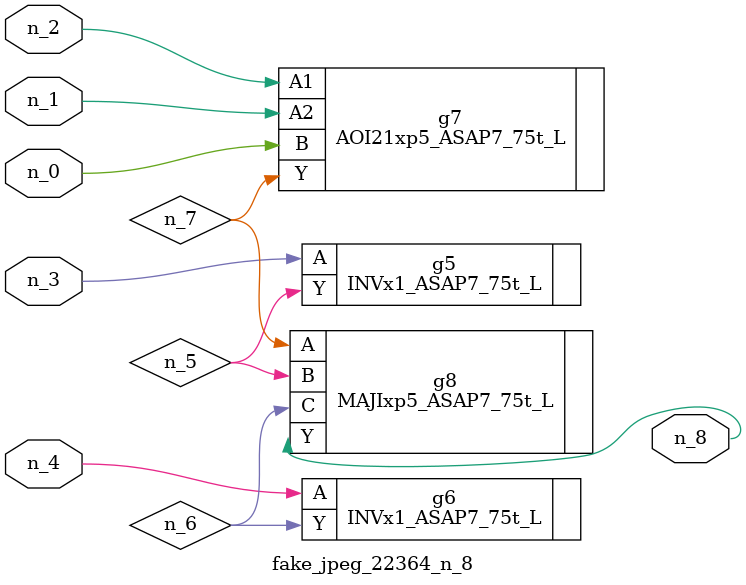
<source format=v>
module fake_jpeg_22364_n_8 (n_3, n_2, n_1, n_0, n_4, n_8);

input n_3;
input n_2;
input n_1;
input n_0;
input n_4;

output n_8;

wire n_6;
wire n_5;
wire n_7;

INVx1_ASAP7_75t_L g5 ( 
.A(n_3),
.Y(n_5)
);

INVx1_ASAP7_75t_L g6 ( 
.A(n_4),
.Y(n_6)
);

AOI21xp5_ASAP7_75t_L g7 ( 
.A1(n_2),
.A2(n_1),
.B(n_0),
.Y(n_7)
);

MAJIxp5_ASAP7_75t_L g8 ( 
.A(n_7),
.B(n_5),
.C(n_6),
.Y(n_8)
);


endmodule
</source>
